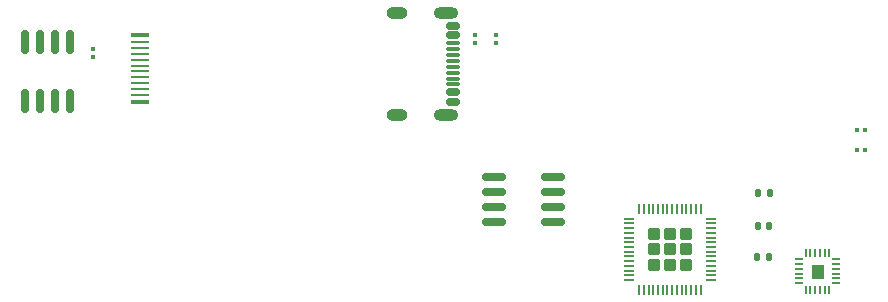
<source format=gbr>
%TF.GenerationSoftware,KiCad,Pcbnew,9.0.3*%
%TF.CreationDate,2025-07-28T19:10:52+02:00*%
%TF.ProjectId,hermes,6865726d-6573-42e6-9b69-6361645f7063,rev?*%
%TF.SameCoordinates,Original*%
%TF.FileFunction,Paste,Top*%
%TF.FilePolarity,Positive*%
%FSLAX46Y46*%
G04 Gerber Fmt 4.6, Leading zero omitted, Abs format (unit mm)*
G04 Created by KiCad (PCBNEW 9.0.3) date 2025-07-28 19:10:52*
%MOMM*%
%LPD*%
G01*
G04 APERTURE LIST*
G04 Aperture macros list*
%AMRoundRect*
0 Rectangle with rounded corners*
0 $1 Rounding radius*
0 $2 $3 $4 $5 $6 $7 $8 $9 X,Y pos of 4 corners*
0 Add a 4 corners polygon primitive as box body*
4,1,4,$2,$3,$4,$5,$6,$7,$8,$9,$2,$3,0*
0 Add four circle primitives for the rounded corners*
1,1,$1+$1,$2,$3*
1,1,$1+$1,$4,$5*
1,1,$1+$1,$6,$7*
1,1,$1+$1,$8,$9*
0 Add four rect primitives between the rounded corners*
20,1,$1+$1,$2,$3,$4,$5,0*
20,1,$1+$1,$4,$5,$6,$7,0*
20,1,$1+$1,$6,$7,$8,$9,0*
20,1,$1+$1,$8,$9,$2,$3,0*%
G04 Aperture macros list end*
%ADD10C,0.010000*%
%ADD11RoundRect,0.150000X-0.825000X-0.150000X0.825000X-0.150000X0.825000X0.150000X-0.825000X0.150000X0*%
%ADD12RoundRect,0.027500X-0.082500X-0.292500X0.082500X-0.292500X0.082500X0.292500X-0.082500X0.292500X0*%
%ADD13RoundRect,0.027500X-0.292500X-0.082500X0.292500X-0.082500X0.292500X0.082500X-0.292500X0.082500X0*%
%ADD14RoundRect,0.250000X-0.285000X0.285000X-0.285000X-0.285000X0.285000X-0.285000X0.285000X0.285000X0*%
%ADD15RoundRect,0.050000X-0.050000X0.350000X-0.050000X-0.350000X0.050000X-0.350000X0.050000X0.350000X0*%
%ADD16RoundRect,0.050000X-0.350000X0.050000X-0.350000X-0.050000X0.350000X-0.050000X0.350000X0.050000X0*%
%ADD17RoundRect,0.079500X0.100500X-0.079500X0.100500X0.079500X-0.100500X0.079500X-0.100500X-0.079500X0*%
%ADD18RoundRect,0.079500X-0.079500X-0.100500X0.079500X-0.100500X0.079500X0.100500X-0.079500X0.100500X0*%
%ADD19RoundRect,0.140000X-0.140000X-0.170000X0.140000X-0.170000X0.140000X0.170000X-0.140000X0.170000X0*%
%ADD20RoundRect,0.140000X0.140000X0.170000X-0.140000X0.170000X-0.140000X-0.170000X0.140000X-0.170000X0*%
%ADD21RoundRect,0.150000X-0.425000X0.150000X-0.425000X-0.150000X0.425000X-0.150000X0.425000X0.150000X0*%
%ADD22RoundRect,0.075000X-0.500000X0.075000X-0.500000X-0.075000X0.500000X-0.075000X0.500000X0.075000X0*%
%ADD23O,2.100000X1.000000*%
%ADD24O,1.800000X1.000000*%
%ADD25RoundRect,0.150000X0.150000X-0.825000X0.150000X0.825000X-0.150000X0.825000X-0.150000X-0.825000X0*%
%ADD26R,1.550000X0.410000*%
%ADD27R,1.550000X0.260000*%
G04 APERTURE END LIST*
D10*
%TO.C,U2*%
X178495000Y-123780000D02*
X177525000Y-123780000D01*
X177525000Y-122700000D01*
X178495000Y-122700000D01*
X178495000Y-123780000D01*
G36*
X178495000Y-123780000D02*
G01*
X177525000Y-123780000D01*
X177525000Y-122700000D01*
X178495000Y-122700000D01*
X178495000Y-123780000D01*
G37*
%TD*%
D11*
%TO.C,U4*%
X150665000Y-115235000D03*
X150665000Y-116505000D03*
X150665000Y-117775000D03*
X150665000Y-119045000D03*
X155615000Y-119045000D03*
X155615000Y-117775000D03*
X155615000Y-116505000D03*
X155615000Y-115235000D03*
%TD*%
D12*
%TO.C,U2*%
X177010000Y-124785000D03*
X177410000Y-124785000D03*
X177810000Y-124785000D03*
X178210000Y-124785000D03*
X178610000Y-124785000D03*
X179010000Y-124785000D03*
X179010000Y-121695000D03*
X178610000Y-121695000D03*
X178210000Y-121695000D03*
X177810000Y-121695000D03*
X177410000Y-121695000D03*
X177010000Y-121695000D03*
D13*
X176465000Y-122240000D03*
X176465000Y-122640000D03*
X176465000Y-123040000D03*
X176465000Y-123440000D03*
X176465000Y-123840000D03*
X176465000Y-124240000D03*
X179555000Y-124240000D03*
X179555000Y-123840000D03*
X179555000Y-123440000D03*
X179555000Y-123040000D03*
X179555000Y-122640000D03*
X179555000Y-122240000D03*
%TD*%
D14*
%TO.C,U5*%
X166840000Y-120050000D03*
X165510000Y-120050000D03*
X164180000Y-120050000D03*
X166840000Y-121380000D03*
X165510000Y-121380000D03*
X164180000Y-121380000D03*
X166840000Y-122710000D03*
X165510000Y-122710000D03*
X164180000Y-122710000D03*
D15*
X168110000Y-117930000D03*
X167710000Y-117930000D03*
X167310000Y-117930000D03*
X166910000Y-117930000D03*
X166510000Y-117930000D03*
X166110000Y-117930000D03*
X165710000Y-117930000D03*
X165310000Y-117930000D03*
X164910000Y-117930000D03*
X164510000Y-117930000D03*
X164110000Y-117930000D03*
X163710000Y-117930000D03*
X163310000Y-117930000D03*
X162910000Y-117930000D03*
D16*
X162060000Y-118780000D03*
X162060000Y-119180000D03*
X162060000Y-119580000D03*
X162060000Y-119980000D03*
X162060000Y-120380000D03*
X162060000Y-120780000D03*
X162060000Y-121180000D03*
X162060000Y-121580000D03*
X162060000Y-121980000D03*
X162060000Y-122380000D03*
X162060000Y-122780000D03*
X162060000Y-123180000D03*
X162060000Y-123580000D03*
X162060000Y-123980000D03*
D15*
X162910000Y-124830000D03*
X163310000Y-124830000D03*
X163710000Y-124830000D03*
X164110000Y-124830000D03*
X164510000Y-124830000D03*
X164910000Y-124830000D03*
X165310000Y-124830000D03*
X165710000Y-124830000D03*
X166110000Y-124830000D03*
X166510000Y-124830000D03*
X166910000Y-124830000D03*
X167310000Y-124830000D03*
X167710000Y-124830000D03*
X168110000Y-124830000D03*
D16*
X168960000Y-123980000D03*
X168960000Y-123580000D03*
X168960000Y-123180000D03*
X168960000Y-122780000D03*
X168960000Y-122380000D03*
X168960000Y-121980000D03*
X168960000Y-121580000D03*
X168960000Y-121180000D03*
X168960000Y-120780000D03*
X168960000Y-120380000D03*
X168960000Y-119980000D03*
X168960000Y-119580000D03*
X168960000Y-119180000D03*
X168960000Y-118780000D03*
%TD*%
D17*
%TO.C,R6*%
X150760000Y-103895000D03*
X150760000Y-103205000D03*
%TD*%
D18*
%TO.C,R1*%
X181375000Y-111250000D03*
X182065000Y-111250000D03*
%TD*%
D17*
%TO.C,R5*%
X149010000Y-103205000D03*
X149010000Y-103895000D03*
%TD*%
D18*
%TO.C,R2*%
X181375000Y-113000000D03*
X182065000Y-113000000D03*
%TD*%
D19*
%TO.C,C3*%
X172960000Y-119420000D03*
X173920000Y-119420000D03*
%TD*%
D20*
%TO.C,C2*%
X173890000Y-122000000D03*
X172930000Y-122000000D03*
%TD*%
D21*
%TO.C,J1*%
X147160000Y-102470000D03*
X147160000Y-103270000D03*
D22*
X147160000Y-104420000D03*
X147160000Y-105420000D03*
X147160000Y-105920000D03*
X147160000Y-106920000D03*
D21*
X147160000Y-108070000D03*
X147160000Y-108870000D03*
X147160000Y-108870000D03*
X147160000Y-108070000D03*
D22*
X147160000Y-107420000D03*
X147160000Y-106420000D03*
X147160000Y-104920000D03*
X147160000Y-103920000D03*
D21*
X147160000Y-103270000D03*
X147160000Y-102470000D03*
D23*
X146585000Y-101350000D03*
D24*
X142405000Y-101350000D03*
D23*
X146585000Y-109990000D03*
D24*
X142405000Y-109990000D03*
%TD*%
D20*
%TO.C,C1*%
X173960000Y-116600000D03*
X173000000Y-116600000D03*
%TD*%
D17*
%TO.C,R3*%
X116680000Y-104385000D03*
X116680000Y-105075000D03*
%TD*%
D25*
%TO.C,U1*%
X110890000Y-108780000D03*
X112160000Y-108780000D03*
X113430000Y-108780000D03*
X114700000Y-108780000D03*
X114700000Y-103830000D03*
X113430000Y-103830000D03*
X112160000Y-103830000D03*
X110890000Y-103830000D03*
%TD*%
D26*
%TO.C,P1*%
X120647517Y-103245452D03*
D27*
X120647517Y-103820452D03*
X120647517Y-104320452D03*
X120647517Y-104820452D03*
X120647517Y-105320452D03*
X120647517Y-105820452D03*
X120647517Y-106320452D03*
X120647517Y-106820452D03*
X120647517Y-107320452D03*
X120647517Y-107820452D03*
X120647517Y-108320452D03*
D26*
X120647517Y-108895452D03*
%TD*%
M02*

</source>
